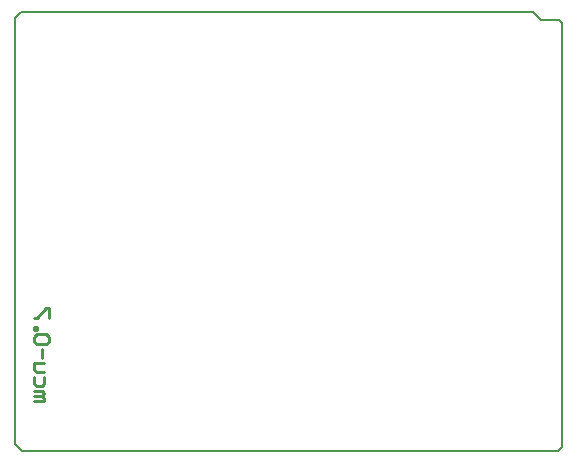
<source format=gbo>
G04*
G04 #@! TF.GenerationSoftware,Altium Limited,Altium Designer,22.1.2 (22)*
G04*
G04 Layer_Color=32896*
%FSLAX25Y25*%
%MOIN*%
G70*
G04*
G04 #@! TF.SameCoordinates,AA89485F-E9C4-495D-BB32-9FCCB39CE94D*
G04*
G04*
G04 #@! TF.FilePolarity,Positive*
G04*
G01*
G75*
%ADD11C,0.00787*%
%ADD12C,0.01000*%
D11*
X2314Y146653D02*
X173130D01*
X175886Y143898D01*
X181890D01*
X394Y2638D02*
X2634Y398D01*
X182773Y143015D02*
X182773Y1746D01*
X394Y144734D02*
X394Y2638D01*
X394Y144734D02*
X2314Y146653D01*
X2634Y398D02*
X181424Y398D01*
X182773Y1746D01*
X181890Y143898D02*
X182773Y143015D01*
D12*
X6905Y17142D02*
X10054D01*
Y17929D01*
X9267Y18716D01*
X6905D01*
X9267D01*
X10054Y19503D01*
X9267Y20290D01*
X6905D01*
X10054Y25013D02*
Y22652D01*
X9267Y21865D01*
X7693D01*
X6905Y22652D01*
Y25013D01*
X10054Y26588D02*
X7693D01*
X6905Y27375D01*
Y29736D01*
X10054D01*
X9267Y31310D02*
Y34459D01*
X10841Y36033D02*
X11628Y36820D01*
Y38395D01*
X10841Y39182D01*
X7693D01*
X6905Y38395D01*
Y36820D01*
X7693Y36033D01*
X10841D01*
X6905Y40756D02*
X7693D01*
Y41543D01*
X6905D01*
Y40756D01*
X11628Y44692D02*
Y47840D01*
X10841D01*
X7693Y44692D01*
X6905D01*
M02*

</source>
